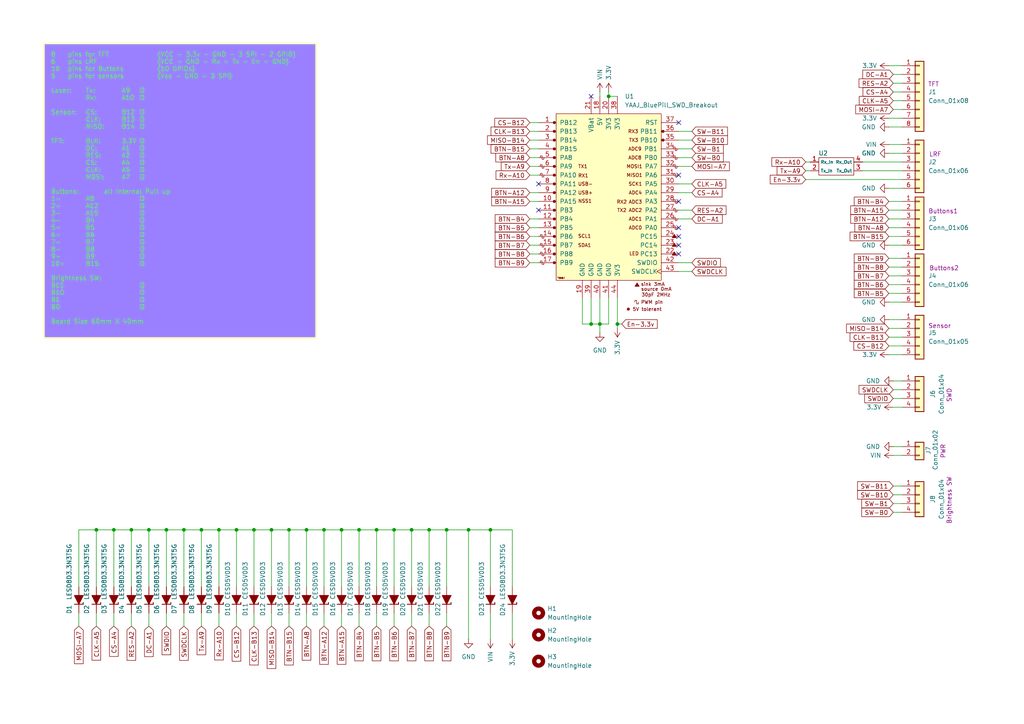
<source format=kicad_sch>
(kicad_sch (version 20250114) (generator "eeschema") (generator_version "9.0")
  (paper "A4")
  (title_block (title "stm32 connection Borad") (date "2025-10-30") (rev "v2.0") (company "AIO") (comment 1 "Design By: Mohamed U3"))
  (rectangle (start 12.74 12.58) (end 91.69 98.03) (stroke (width 0.5) (color 255 248 188 1)) (fill (type color) (color 54 2 255 0.5)))
  (text "8 	pins for TFT 		(VCC - 3.3v - GND - 3 SPI - 2 GPIO)\n6 	pins LRF 			(VCC - GND - Rx - Tx - En - GND)\n10 	pins for Buttons	(10 GPIOs)\n5 	pins for sensors	(Vcc - GND - 3 SPI)\n\nLaser: 	Tx: 	A9	✅\n		Rx: 	A10	✅\n\nSensor:	CS: 	B12	✅\n		CLK: 	B13	✅\n		MISO: 	B14	✅\n\nTFT:	BLK:	3.3V ✅\n		DC: 	A1	✅\n		RES: 	A2	✅\n		CS: 	A4	✅\n		CLK: 	A5	✅\n		MOSI: 	A7	✅\n\nButtons: 	all Internal Pull up\n1-		A8			✅\n2-		A12			✅\n3-		A15			✅\n4-		B4			✅\n5-		B5			✅\n6-		B6			✅\n7-		B7			✅\n8-		B8			✅\n9-		B9			✅\n10- 	B15			✅\n\nBrightness SW:\nB11					✅\nB10					✅\nB1					✅\nB0					✅\n\nBoard Size 60mm X 40mm" (at 14.732 15.24 0) (effects (font (size 1.3 1.3) (thickness 0.1588)) (justify left top)))
  (junction (at 124.46 153.67))
  (junction (at 99.06 153.67))
  (junction (at 104.14 153.67))
  (junction (at 33.02 153.67))
  (junction (at 88.9 153.67))
  (junction (at 58.42 153.67))
  (junction (at 173.99 93.98))
  (junction (at 38.1 153.67))
  (junction (at 68.58 153.67))
  (junction (at 135.89 153.67))
  (junction (at 176.53 27.94))
  (junction (at 27.94 153.67))
  (junction (at 83.82 153.67))
  (junction (at 119.38 153.67))
  (junction (at 53.34 153.67))
  (junction (at 93.98 153.67))
  (junction (at 43.18 153.67))
  (junction (at 171.45 93.98))
  (junction (at 48.26 153.67))
  (junction (at 63.5 153.67))
  (junction (at 78.74 153.67))
  (junction (at 129.54 153.67))
  (junction (at 114.3 153.67))
  (junction (at 142.24 153.67))
  (junction (at 73.66 153.67))
  (junction (at 179.07 93.98))
  (junction (at 109.22 153.67))
  (no_connect (at 196.85 35.56))
  (no_connect (at 171.45 27.94))
  (no_connect (at 196.85 50.8))
  (no_connect (at 156.21 53.34))
  (no_connect (at 196.85 58.42))
  (no_connect (at 156.21 60.96))
  (no_connect (at 196.85 73.66))
  (no_connect (at 196.85 68.58))
  (no_connect (at 196.85 66.04))
  (no_connect (at 196.85 71.12))
  (wire (pts (xy 43.18 181.61) (xy 43.18 177.8)))
  (wire (pts (xy 173.99 26.67) (xy 173.99 27.94)))
  (wire (pts (xy 99.06 153.67) (xy 104.14 153.67)))
  (wire (pts (xy 257.81 100.33) (xy 261.62 100.33)))
  (wire (pts (xy 78.74 153.67) (xy 83.82 153.67)))
  (wire (pts (xy 33.02 181.61) (xy 33.02 177.8)))
  (wire (pts (xy 257.81 92.71) (xy 261.62 92.71)))
  (wire (pts (xy 93.98 181.61) (xy 93.98 177.8)))
  (wire (pts (xy 259.08 115.57) (xy 261.62 115.57)))
  (wire (pts (xy 259.08 29.21) (xy 261.62 29.21)))
  (wire (pts (xy 109.22 181.61) (xy 109.22 177.8)))
  (wire (pts (xy 109.22 170.18) (xy 109.22 153.67)))
  (wire (pts (xy 27.94 170.18) (xy 27.94 153.67)))
  (wire (pts (xy 142.24 153.67) (xy 142.24 170.18)))
  (wire (pts (xy 83.82 181.61) (xy 83.82 177.8)))
  (wire (pts (xy 173.99 93.98) (xy 176.53 93.98)))
  (wire (pts (xy 78.74 181.61) (xy 78.74 177.8)))
  (wire (pts (xy 259.08 140.97) (xy 261.62 140.97)))
  (wire (pts (xy 109.22 153.67) (xy 114.3 153.67)))
  (wire (pts (xy 99.06 170.18) (xy 99.06 153.67)))
  (wire (pts (xy 259.08 129.54) (xy 261.62 129.54)))
  (wire (pts (xy 114.3 181.61) (xy 114.3 177.8)))
  (wire (pts (xy 43.18 170.18) (xy 43.18 153.67)))
  (wire (pts (xy 142.24 185.42) (xy 142.24 177.8)))
  (wire (pts (xy 171.45 86.36) (xy 171.45 93.98)))
  (wire (pts (xy 73.66 181.61) (xy 73.66 177.8)))
  (wire (pts (xy 250.19 49.53) (xy 261.62 49.53)))
  (wire (pts (xy 153.67 38.1) (xy 156.21 38.1)))
  (wire (pts (xy 257.81 85.09) (xy 261.62 85.09)))
  (wire (pts (xy 83.82 170.18) (xy 83.82 153.67)))
  (wire (pts (xy 196.85 78.74) (xy 200.66 78.74)))
  (wire (pts (xy 259.08 113.03) (xy 261.62 113.03)))
  (wire (pts (xy 114.3 153.67) (xy 119.38 153.67)))
  (wire (pts (xy 129.54 181.61) (xy 129.54 177.8)))
  (wire (pts (xy 58.42 170.18) (xy 58.42 153.67)))
  (wire (pts (xy 104.14 170.18) (xy 104.14 153.67)))
  (wire (pts (xy 88.9 153.67) (xy 93.98 153.67)))
  (wire (pts (xy 153.67 58.42) (xy 156.21 58.42)))
  (wire (pts (xy 153.67 40.64) (xy 156.21 40.64)))
  (wire (pts (xy 168.91 86.36) (xy 168.91 93.98)))
  (wire (pts (xy 58.42 153.67) (xy 63.5 153.67)))
  (wire (pts (xy 73.66 170.18) (xy 73.66 153.67)))
  (wire (pts (xy 63.5 153.67) (xy 68.58 153.67)))
  (wire (pts (xy 43.18 153.67) (xy 48.26 153.67)))
  (wire (pts (xy 196.85 45.72) (xy 200.66 45.72)))
  (wire (pts (xy 83.82 153.67) (xy 88.9 153.67)))
  (wire (pts (xy 153.67 45.72) (xy 156.21 45.72)))
  (wire (pts (xy 38.1 153.67) (xy 43.18 153.67)))
  (wire (pts (xy 259.08 21.59) (xy 261.62 21.59)))
  (wire (pts (xy 153.67 76.2) (xy 156.21 76.2)))
  (wire (pts (xy 153.67 43.18) (xy 156.21 43.18)))
  (wire (pts (xy 53.34 153.67) (xy 58.42 153.67)))
  (wire (pts (xy 153.67 68.58) (xy 156.21 68.58)))
  (wire (pts (xy 257.81 102.87) (xy 261.62 102.87)))
  (wire (pts (xy 250.19 46.99) (xy 261.62 46.99)))
  (wire (pts (xy 104.14 153.67) (xy 109.22 153.67)))
  (wire (pts (xy 73.66 153.67) (xy 78.74 153.67)))
  (wire (pts (xy 124.46 181.61) (xy 124.46 177.8)))
  (wire (pts (xy 257.81 80.01) (xy 261.62 80.01)))
  (wire (pts (xy 168.91 93.98) (xy 171.45 93.98)))
  (wire (pts (xy 233.68 49.53) (xy 234.95 49.53)))
  (wire (pts (xy 257.81 63.5) (xy 261.62 63.5)))
  (wire (pts (xy 259.08 118.11) (xy 261.62 118.11)))
  (wire (pts (xy 233.68 46.99) (xy 234.95 46.99)))
  (wire (pts (xy 135.89 153.67) (xy 142.24 153.67)))
  (wire (pts (xy 173.99 96.52) (xy 173.99 93.98)))
  (wire (pts (xy 173.99 86.36) (xy 173.99 93.98)))
  (wire (pts (xy 176.53 26.67) (xy 176.53 27.94)))
  (wire (pts (xy 153.67 66.04) (xy 156.21 66.04)))
  (wire (pts (xy 68.58 170.18) (xy 68.58 153.67)))
  (wire (pts (xy 88.9 170.18) (xy 88.9 153.67)))
  (wire (pts (xy 129.54 153.67) (xy 135.89 153.67)))
  (wire (pts (xy 99.06 181.61) (xy 99.06 177.8)))
  (wire (pts (xy 196.85 63.5) (xy 200.66 63.5)))
  (wire (pts (xy 27.94 181.61) (xy 27.94 177.8)))
  (wire (pts (xy 22.86 153.67) (xy 27.94 153.67)))
  (wire (pts (xy 104.14 181.61) (xy 104.14 177.8)))
  (wire (pts (xy 196.85 40.64) (xy 200.66 40.64)))
  (wire (pts (xy 233.68 52.07) (xy 261.62 52.07)))
  (wire (pts (xy 58.42 181.61) (xy 58.42 177.8)))
  (wire (pts (xy 196.85 53.34) (xy 200.66 53.34)))
  (wire (pts (xy 200.66 76.2) (xy 196.85 76.2)))
  (wire (pts (xy 63.5 181.61) (xy 63.5 177.8)))
  (wire (pts (xy 257.81 74.93) (xy 261.62 74.93)))
  (wire (pts (xy 93.98 153.67) (xy 99.06 153.67)))
  (wire (pts (xy 176.53 27.94) (xy 179.07 27.94)))
  (wire (pts (xy 257.81 97.79) (xy 261.62 97.79)))
  (wire (pts (xy 257.81 95.25) (xy 261.62 95.25)))
  (wire (pts (xy 22.86 181.61) (xy 22.86 177.8)))
  (wire (pts (xy 53.34 170.18) (xy 53.34 153.67)))
  (wire (pts (xy 257.81 71.12) (xy 261.62 71.12)))
  (wire (pts (xy 33.02 170.18) (xy 33.02 153.67)))
  (wire (pts (xy 63.5 170.18) (xy 63.5 153.67)))
  (wire (pts (xy 257.81 87.63) (xy 261.62 87.63)))
  (wire (pts (xy 259.08 31.75) (xy 261.62 31.75)))
  (wire (pts (xy 153.67 73.66) (xy 156.21 73.66)))
  (wire (pts (xy 257.81 19.05) (xy 261.62 19.05)))
  (wire (pts (xy 27.94 153.67) (xy 33.02 153.67)))
  (wire (pts (xy 257.81 60.96) (xy 261.62 60.96)))
  (wire (pts (xy 257.81 34.29) (xy 261.62 34.29)))
  (wire (pts (xy 257.81 82.55) (xy 261.62 82.55)))
  (wire (pts (xy 22.86 170.18) (xy 22.86 153.67)))
  (wire (pts (xy 257.81 68.58) (xy 261.62 68.58)))
  (wire (pts (xy 259.08 143.51) (xy 261.62 143.51)))
  (wire (pts (xy 259.08 146.05) (xy 261.62 146.05)))
  (wire (pts (xy 153.67 50.8) (xy 156.21 50.8)))
  (wire (pts (xy 257.81 58.42) (xy 261.62 58.42)))
  (wire (pts (xy 196.85 43.18) (xy 200.66 43.18)))
  (wire (pts (xy 119.38 153.67) (xy 124.46 153.67)))
  (wire (pts (xy 259.08 132.08) (xy 261.62 132.08)))
  (wire (pts (xy 257.81 41.91) (xy 261.62 41.91)))
  (wire (pts (xy 124.46 170.18) (xy 124.46 153.67)))
  (wire (pts (xy 38.1 170.18) (xy 38.1 153.67)))
  (wire (pts (xy 176.53 93.98) (xy 176.53 86.36)))
  (wire (pts (xy 33.02 153.67) (xy 38.1 153.67)))
  (wire (pts (xy 257.81 77.47) (xy 261.62 77.47)))
  (wire (pts (xy 88.9 181.61) (xy 88.9 177.8)))
  (wire (pts (xy 259.08 148.59) (xy 261.62 148.59)))
  (wire (pts (xy 259.08 26.67) (xy 261.62 26.67)))
  (wire (pts (xy 153.67 71.12) (xy 156.21 71.12)))
  (wire (pts (xy 196.85 38.1) (xy 200.66 38.1)))
  (wire (pts (xy 48.26 170.18) (xy 48.26 153.67)))
  (wire (pts (xy 171.45 93.98) (xy 173.99 93.98)))
  (wire (pts (xy 153.67 48.26) (xy 156.21 48.26)))
  (wire (pts (xy 196.85 48.26) (xy 200.66 48.26)))
  (wire (pts (xy 153.67 35.56) (xy 156.21 35.56)))
  (wire (pts (xy 142.24 153.67) (xy 148.59 153.67)))
  (wire (pts (xy 148.59 153.67) (xy 148.59 170.18)))
  (wire (pts (xy 257.81 36.83) (xy 261.62 36.83)))
  (wire (pts (xy 257.81 54.61) (xy 261.62 54.61)))
  (wire (pts (xy 135.89 185.42) (xy 135.89 153.67)))
  (wire (pts (xy 38.1 181.61) (xy 38.1 177.8)))
  (wire (pts (xy 257.81 44.45) (xy 261.62 44.45)))
  (wire (pts (xy 48.26 181.61) (xy 48.26 177.8)))
  (wire (pts (xy 148.59 177.8) (xy 148.59 185.42)))
  (wire (pts (xy 119.38 181.61) (xy 119.38 177.8)))
  (wire (pts (xy 124.46 153.67) (xy 129.54 153.67)))
  (wire (pts (xy 114.3 170.18) (xy 114.3 153.67)))
  (wire (pts (xy 153.67 63.5) (xy 156.21 63.5)))
  (wire (pts (xy 68.58 181.61) (xy 68.58 177.8)))
  (wire (pts (xy 196.85 60.96) (xy 200.66 60.96)))
  (wire (pts (xy 259.08 110.49) (xy 261.62 110.49)))
  (wire (pts (xy 78.74 170.18) (xy 78.74 153.67)))
  (wire (pts (xy 153.67 55.88) (xy 156.21 55.88)))
  (wire (pts (xy 257.81 66.04) (xy 261.62 66.04)))
  (wire (pts (xy 179.07 95.25) (xy 179.07 93.98)))
  (wire (pts (xy 68.58 153.67) (xy 73.66 153.67)))
  (wire (pts (xy 53.34 181.61) (xy 53.34 177.8)))
  (wire (pts (xy 48.26 153.67) (xy 53.34 153.67)))
  (wire (pts (xy 180.34 93.98) (xy 179.07 93.98)))
  (wire (pts (xy 93.98 170.18) (xy 93.98 153.67)))
  (wire (pts (xy 196.85 55.88) (xy 200.66 55.88)))
  (wire (pts (xy 259.08 24.13) (xy 261.62 24.13)))
  (wire (pts (xy 119.38 170.18) (xy 119.38 153.67)))
  (wire (pts (xy 129.54 170.18) (xy 129.54 153.67)))
  (wire (pts (xy 179.07 86.36) (xy 179.07 93.98)))
  (global_label "BTN-B5" (shape input) (at 257.81 85.09 180) (property "Intersheetrefs" "${INTERSHEET_REFS}" (effects (hide yes))))
  (global_label "CLK-B13" (shape input) (at 153.67 38.1 180) (property "Intersheetrefs" "${INTERSHEET_REFS}" (effects (hide yes))))
  (global_label "SWDCLK" (shape input) (at 200.66 78.74 0) (property "Intersheetrefs" "${INTERSHEET_REFS}" (effects (hide yes))))
  (global_label "BTN-B4" (shape input) (at 257.81 58.42 180) (property "Intersheetrefs" "${INTERSHEET_REFS}" (effects (hide yes))))
  (global_label "SW-B11" (shape input) (at 200.66 38.1 0) (property "Intersheetrefs" "${INTERSHEET_REFS}" (effects (hide yes))))
  (global_label "DC-A1" (shape input) (at 259.08 21.59 180) (property "Intersheetrefs" "${INTERSHEET_REFS}" (effects (hide yes))))
  (global_label "BTN-A12" (shape input) (at 257.81 63.5 180) (property "Intersheetrefs" "${INTERSHEET_REFS}" (effects (hide yes))))
  (global_label "SWDCLK" (shape input) (at 53.34 181.61 270) (property "Intersheetrefs" "${INTERSHEET_REFS}" (effects (hide yes))))
  (global_label "SWDCLK" (shape input) (at 259.08 113.03 180) (property "Intersheetrefs" "${INTERSHEET_REFS}" (effects (hide yes))))
  (global_label "BTN-B4" (shape input) (at 153.67 63.5 180) (property "Intersheetrefs" "${INTERSHEET_REFS}" (effects (hide yes))))
  (global_label "SW-B11" (shape input) (at 259.08 140.97 180) (property "Intersheetrefs" "${INTERSHEET_REFS}" (effects (hide yes))))
  (global_label "MISO-B14" (shape input) (at 153.67 40.64 180) (property "Intersheetrefs" "${INTERSHEET_REFS}" (effects (hide yes))))
  (global_label "BTN-B7" (shape input) (at 119.38 181.61 270) (property "Intersheetrefs" "${INTERSHEET_REFS}" (effects (hide yes))))
  (global_label "BTN-A12" (shape input) (at 153.67 55.88 180) (property "Intersheetrefs" "${INTERSHEET_REFS}" (effects (hide yes))))
  (global_label "BTN-B5" (shape input) (at 109.22 181.61 270) (property "Intersheetrefs" "${INTERSHEET_REFS}" (effects (hide yes))))
  (global_label "MOSI-A7" (shape input) (at 259.08 31.75 180) (property "Intersheetrefs" "${INTERSHEET_REFS}" (effects (hide yes))))
  (global_label "SW-B10" (shape input) (at 259.08 143.51 180) (property "Intersheetrefs" "${INTERSHEET_REFS}" (effects (hide yes))))
  (global_label "SW-B0" (shape input) (at 200.66 45.72 0) (property "Intersheetrefs" "${INTERSHEET_REFS}" (effects (hide yes))))
  (global_label "BTN-B7" (shape input) (at 257.81 80.01 180) (property "Intersheetrefs" "${INTERSHEET_REFS}" (effects (hide yes))))
  (global_label "MOSI-A7" (shape input) (at 22.86 181.61 270) (property "Intersheetrefs" "${INTERSHEET_REFS}" (effects (hide yes))))
  (global_label "BTN-A12" (shape input) (at 93.98 181.61 270) (property "Intersheetrefs" "${INTERSHEET_REFS}" (effects (hide yes))))
  (global_label "RES-A2" (shape input) (at 259.08 24.13 180) (property "Intersheetrefs" "${INTERSHEET_REFS}" (effects (hide yes))))
  (global_label "BTN-B6" (shape input) (at 153.67 68.58 180) (property "Intersheetrefs" "${INTERSHEET_REFS}" (effects (hide yes))))
  (global_label "BTN-B9" (shape input) (at 257.81 74.93 180) (property "Intersheetrefs" "${INTERSHEET_REFS}" (effects (hide yes))))
  (global_label "CS-B12" (shape input) (at 68.58 181.61 270) (property "Intersheetrefs" "${INTERSHEET_REFS}" (effects (hide yes))))
  (global_label "BTN-B7" (shape input) (at 153.67 71.12 180) (property "Intersheetrefs" "${INTERSHEET_REFS}" (effects (hide yes))))
  (global_label "En-3.3v" (shape input) (at 233.68 52.07 180) (property "Intersheetrefs" "${INTERSHEET_REFS}" (effects (hide yes))))
  (global_label "BTN-B8" (shape input) (at 257.81 77.47 180) (property "Intersheetrefs" "${INTERSHEET_REFS}" (effects (hide yes))))
  (global_label "BTN-B6" (shape input) (at 257.81 82.55 180) (property "Intersheetrefs" "${INTERSHEET_REFS}" (effects (hide yes))))
  (global_label "SW-B1" (shape input) (at 200.66 43.18 0) (property "Intersheetrefs" "${INTERSHEET_REFS}" (effects (hide yes))))
  (global_label "SWDIO" (shape input) (at 48.26 181.61 270) (property "Intersheetrefs" "${INTERSHEET_REFS}" (effects (hide yes))))
  (global_label "BTN-A15" (shape input) (at 99.06 181.61 270) (property "Intersheetrefs" "${INTERSHEET_REFS}" (effects (hide yes))))
  (global_label "CS-B12" (shape input) (at 153.67 35.56 180) (property "Intersheetrefs" "${INTERSHEET_REFS}" (effects (hide yes))))
  (global_label "CLK-A5" (shape input) (at 27.94 181.61 270) (property "Intersheetrefs" "${INTERSHEET_REFS}" (effects (hide yes))))
  (global_label "BTN-B9" (shape input) (at 129.54 181.61 270) (property "Intersheetrefs" "${INTERSHEET_REFS}" (effects (hide yes))))
  (global_label "Rx-A10" (shape input) (at 63.5 181.61 270) (property "Intersheetrefs" "${INTERSHEET_REFS}" (effects (hide yes))))
  (global_label "BTN-A8" (shape input) (at 88.9 181.61 270) (property "Intersheetrefs" "${INTERSHEET_REFS}" (effects (hide yes))))
  (global_label "Tx-A9" (shape input) (at 153.67 48.26 180) (property "Intersheetrefs" "${INTERSHEET_REFS}" (effects (hide yes))))
  (global_label "DC-A1" (shape input) (at 43.18 181.61 270) (property "Intersheetrefs" "${INTERSHEET_REFS}" (effects (hide yes))))
  (global_label "En-3.3v" (shape input) (at 180.34 93.98 0) (property "Intersheetrefs" "${INTERSHEET_REFS}" (effects (hide yes))))
  (global_label "BTN-B5" (shape input) (at 153.67 66.04 180) (property "Intersheetrefs" "${INTERSHEET_REFS}" (effects (hide yes))))
  (global_label "SW-B0" (shape input) (at 259.08 148.59 180) (property "Intersheetrefs" "${INTERSHEET_REFS}" (effects (hide yes))))
  (global_label "BTN-A8" (shape input) (at 257.81 66.04 180) (property "Intersheetrefs" "${INTERSHEET_REFS}" (effects (hide yes))))
  (global_label "BTN-B4" (shape input) (at 104.14 181.61 270) (property "Intersheetrefs" "${INTERSHEET_REFS}" (effects (hide yes))))
  (global_label "DC-A1" (shape input) (at 200.66 63.5 0) (property "Intersheetrefs" "${INTERSHEET_REFS}" (effects (hide yes))))
  (global_label "CLK-A5" (shape input) (at 200.66 53.34 0) (property "Intersheetrefs" "${INTERSHEET_REFS}" (effects (hide yes))))
  (global_label "BTN-B8" (shape input) (at 124.46 181.61 270) (property "Intersheetrefs" "${INTERSHEET_REFS}" (effects (hide yes))))
  (global_label "BTN-A8" (shape input) (at 153.67 45.72 180) (property "Intersheetrefs" "${INTERSHEET_REFS}" (effects (hide yes))))
  (global_label "SW-B1" (shape input) (at 259.08 146.05 180) (property "Intersheetrefs" "${INTERSHEET_REFS}" (effects (hide yes))))
  (global_label "CS-A4" (shape input) (at 200.66 55.88 0) (property "Intersheetrefs" "${INTERSHEET_REFS}" (effects (hide yes))))
  (global_label "Rx-A10" (shape input) (at 233.68 46.99 180) (property "Intersheetrefs" "${INTERSHEET_REFS}" (effects (hide yes))))
  (global_label "BTN-B9" (shape input) (at 153.67 76.2 180) (property "Intersheetrefs" "${INTERSHEET_REFS}" (effects (hide yes))))
  (global_label "BTN-A15" (shape input) (at 153.67 58.42 180) (property "Intersheetrefs" "${INTERSHEET_REFS}" (effects (hide yes))))
  (global_label "CLK-B13" (shape input) (at 73.66 181.61 270) (property "Intersheetrefs" "${INTERSHEET_REFS}" (effects (hide yes))))
  (global_label "BTN-B15" (shape input) (at 153.67 43.18 180) (property "Intersheetrefs" "${INTERSHEET_REFS}" (effects (hide yes))))
  (global_label "MOSI-A7" (shape input) (at 200.66 48.26 0) (property "Intersheetrefs" "${INTERSHEET_REFS}" (effects (hide yes))))
  (global_label "Rx-A10" (shape input) (at 153.67 50.8 180) (property "Intersheetrefs" "${INTERSHEET_REFS}" (effects (hide yes))))
  (global_label "Tx-A9" (shape input) (at 58.42 181.61 270) (property "Intersheetrefs" "${INTERSHEET_REFS}" (effects (hide yes))))
  (global_label "CLK-A5" (shape input) (at 259.08 29.21 180) (property "Intersheetrefs" "${INTERSHEET_REFS}" (effects (hide yes))))
  (global_label "CS-B12" (shape input) (at 257.81 100.33 180) (property "Intersheetrefs" "${INTERSHEET_REFS}" (effects (hide yes))))
  (global_label "MISO-B14" (shape input) (at 257.81 95.25 180) (property "Intersheetrefs" "${INTERSHEET_REFS}" (effects (hide yes))))
  (global_label "RES-A2" (shape input) (at 200.66 60.96 0) (property "Intersheetrefs" "${INTERSHEET_REFS}" (effects (hide yes))))
  (global_label "BTN-B6" (shape input) (at 114.3 181.61 270) (property "Intersheetrefs" "${INTERSHEET_REFS}" (effects (hide yes))))
  (global_label "CS-A4" (shape input) (at 259.08 26.67 180) (property "Intersheetrefs" "${INTERSHEET_REFS}" (effects (hide yes))))
  (global_label "CS-A4" (shape input) (at 33.02 181.61 270) (property "Intersheetrefs" "${INTERSHEET_REFS}" (effects (hide yes))))
  (global_label "BTN-B15" (shape input) (at 257.81 68.58 180) (property "Intersheetrefs" "${INTERSHEET_REFS}" (effects (hide yes))))
  (global_label "BTN-B8" (shape input) (at 153.67 73.66 180) (property "Intersheetrefs" "${INTERSHEET_REFS}" (effects (hide yes))))
  (global_label "BTN-B15" (shape input) (at 83.82 181.61 270) (property "Intersheetrefs" "${INTERSHEET_REFS}" (effects (hide yes))))
  (global_label "MISO-B14" (shape input) (at 78.74 181.61 270) (property "Intersheetrefs" "${INTERSHEET_REFS}" (effects (hide yes))))
  (global_label "Tx-A9" (shape input) (at 233.68 49.53 180) (property "Intersheetrefs" "${INTERSHEET_REFS}" (effects (hide yes))))
  (global_label "SW-B10" (shape input) (at 200.66 40.64 0) (property "Intersheetrefs" "${INTERSHEET_REFS}" (effects (hide yes))))
  (global_label "BTN-A15" (shape input) (at 257.81 60.96 180) (property "Intersheetrefs" "${INTERSHEET_REFS}" (effects (hide yes))))
  (global_label "SWDIO" (shape input) (at 259.08 115.57 180) (property "Intersheetrefs" "${INTERSHEET_REFS}" (effects (hide yes))))
  (global_label "RES-A2" (shape input) (at 38.1 181.61 270) (property "Intersheetrefs" "${INTERSHEET_REFS}" (effects (hide yes))))
  (global_label "SWDIO" (shape input) (at 200.66 76.2 0) (property "Intersheetrefs" "${INTERSHEET_REFS}" (effects (hide yes))))
  (global_label "CLK-B13" (shape input) (at 257.81 97.79 180) (property "Intersheetrefs" "${INTERSHEET_REFS}" (effects (hide yes))))
  (symbol (lib_id "power:GND") (at 257.81 87.63 270) (unit 1)
    (property "Reference" "#PWR015" (effects (hide yes)))
    (property "Value" "GND" (at 254 87.6299 90) (effects (justify right)))
    (property "Description" "Power symbol creates a global label with name \"GND\" , ground" (effects (hide yes)))
  )
  (symbol (lib_id "PCM_Diode_TVS_AKL:LESD8D3.3CAT5G") (at 53.34 173.99 270) (unit 1)
    (property "Reference" "D7" (at 50.546 176.784 0))
    (property "Value" "LESD8D3.3N3T5G" (at 50.546 165.862 0))
    (property "Footprint" "Diode_SMD:D_SOD-882D" (effects (hide yes)))
    (property "Datasheet" "https://www.lrc.cn/Upload/PDF/Product/ESD/LESD8D3.3N3T5G.pdf" (effects (hide yes)))
    (property "Description" "SOD-882 Unidirectional TVS diode, 3.3V, Alternate KiCAD Library" (effects (hide yes)))
    (property "LINK" "https://makerselectronics.com/product/esd-smd-tvs-sod-882-3-3v-lesd8d3-3cat5g" (effects (hide yes)))
  )
  (symbol (lib_id "Connector_Generic:Conn_01x08") (at 266.7 26.67 0) (unit 1)
    (property "Reference" "J1" (at 269.24 26.6699 0) (effects (justify left)))
    (property "Value" "Conn_01x08" (at 269.24 29.2099 0) (effects (justify left)))
    (property "Footprint" "Connector_JST:JST_XH_B8B-XH-A_1x08_P2.50mm_Vertical" (effects (hide yes)))
    (property "Description" "Generic connector, single row, 01x08, script generated (kicad-library-utils/schlib/autogen/connector/)" (effects (hide yes)))
    (property "For" "TFT" (at 270.764 24.384 0))
  )
  (symbol (lib_id "SparkFun-PowerSymbol:3.3V") (at 257.81 19.05 90) (unit 1)
    (property "Reference" "#PWR08" (effects (hide yes)))
    (property "Value" "3.3V" (at 252.222 19.05 90))
    (property "Description" "Power symbol creates a global label with name \"3.3V\"" (effects (hide yes)))
  )
  (symbol (lib_id "Diode:D_TVS_Unidirectional_Generic") (at 129.54 173.99 270) (unit 1)
    (property "Reference" "D22" (at 127 176.784 0))
    (property "Value" "CESD5V0D3" (at 127 168.402 0))
    (property "Footprint" "Diode_SMD:D_SOD-323_HandSoldering" (effects (hide yes)))
    (property "Datasheet" "https://www.jscj-elec.com/gallery//file/AD-CESD5V0D3.pdf" (effects (hide yes)))
    (property "Description" "Unidirectional TVS diode, Generic symbol, Alternate KiCAD Library" (effects (hide yes)))
    (property "LINK" "https://makerselectronics.com/product/cesd5v0d3-za-tvs-diode-sod-323/" (effects (hide yes)))
  )
  (symbol (lib_id "PCM_Diode_TVS_AKL:LESD8D3.3CAT5G") (at 48.26 173.99 270) (unit 1)
    (property "Reference" "D6" (at 45.466 176.784 0))
    (property "Value" "LESD8D3.3N3T5G" (at 45.466 165.862 0))
    (property "Footprint" "Diode_SMD:D_SOD-882D" (effects (hide yes)))
    (property "Datasheet" "https://www.lrc.cn/Upload/PDF/Product/ESD/LESD8D3.3N3T5G.pdf" (effects (hide yes)))
    (property "Description" "SOD-882 Unidirectional TVS diode, 3.3V, Alternate KiCAD Library" (effects (hide yes)))
    (property "LINK" "https://makerselectronics.com/product/esd-smd-tvs-sod-882-3-3v-lesd8d3-3cat5g" (effects (hide yes)))
  )
  (symbol (lib_id "Connector_Generic:Conn_01x04") (at 266.7 113.03 0) (unit 1)
    (property "Reference" "J6" (at 270.51 114.3 90))
    (property "Value" "Conn_01x04" (at 273.05 114.3 90))
    (property "Footprint" "Connector_JST:JST_XH_B4B-XH-A_1x04_P2.50mm_Vertical" (effects (hide yes)))
    (property "Description" "Generic connector, single row, 01x04, script generated (kicad-library-utils/schlib/autogen/connector/)" (effects (hide yes)))
    (property "For" "SWD" (at 275.336 114.554 90))
  )
  (symbol (lib_id "Connector_Generic:Conn_01x06") (at 266.7 46.99 0) (unit 1)
    (property "Reference" "J2" (at 269.24 46.9899 0) (effects (justify left)))
    (property "Value" "Conn_01x06" (at 269.24 49.5299 0) (effects (justify left)))
    (property "Footprint" "Connector_JST:JST_XH_B6B-XH-A_1x06_P2.50mm_Vertical" (effects (hide yes)))
    (property "Description" "Generic connector, single row, 01x06, script generated (kicad-library-utils/schlib/autogen/connector/)" (effects (hide yes)))
    (property "For" "LRF" (at 271.272 44.704 0))
  )
  (symbol (lib_id "Diode:D_TVS_Unidirectional_Generic") (at 99.06 173.99 270) (unit 1)
    (property "Reference" "D16" (at 96.52 176.784 0))
    (property "Value" "CESD5V0D3" (at 96.52 168.402 0))
    (property "Footprint" "Diode_SMD:D_SOD-323_HandSoldering" (effects (hide yes)))
    (property "Datasheet" "https://www.jscj-elec.com/gallery//file/AD-CESD5V0D3.pdf" (effects (hide yes)))
    (property "Description" "Unidirectional TVS diode, Generic symbol, Alternate KiCAD Library" (effects (hide yes)))
    (property "LINK" "https://makerselectronics.com/product/cesd5v0d3-za-tvs-diode-sod-323/" (effects (hide yes)))
  )
  (symbol (lib_id "Connector_Generic:Conn_01x04") (at 266.7 143.51 0) (unit 1)
    (property "Reference" "J8" (at 270.51 144.78 90))
    (property "Value" "Conn_01x04" (at 273.05 144.78 90))
    (property "Footprint" "Connector_JST:JST_XH_S4B-XH-A-1_1x04_P2.50mm_Horizontal" (effects (hide yes)))
    (property "Description" "Generic connector, single row, 01x04, script generated (kicad-library-utils/schlib/autogen/connector/)" (effects (hide yes)))
    (property "For" "Brightness SW" (at 275.336 145.034 90))
  )
  (symbol (lib_id "PCM_Diode_TVS_AKL:LESD8D3.3CAT5G") (at 43.18 173.99 270) (unit 1)
    (property "Reference" "D5" (at 40.386 176.784 0))
    (property "Value" "LESD8D3.3N3T5G" (at 40.386 165.862 0))
    (property "Footprint" "Diode_SMD:D_SOD-882D" (effects (hide yes)))
    (property "Datasheet" "https://www.lrc.cn/Upload/PDF/Product/ESD/LESD8D3.3N3T5G.pdf" (effects (hide yes)))
    (property "Description" "SOD-882 Unidirectional TVS diode, 3.3V, Alternate KiCAD Library" (effects (hide yes)))
    (property "LINK" "https://makerselectronics.com/product/esd-smd-tvs-sod-882-3-3v-lesd8d3-3cat5g" (effects (hide yes)))
  )
  (symbol (lib_id "power:GND") (at 257.81 92.71 270) (mirror x) (unit 1)
    (property "Reference" "#PWR016" (effects (hide yes)))
    (property "Value" "GND" (at 254 92.7101 90) (effects (justify right)))
    (property "Description" "Power symbol creates a global label with name \"GND\" , ground" (effects (hide yes)))
  )
  (symbol (lib_id "Diode:D_TVS_Unidirectional_Generic") (at 88.9 173.99 270) (unit 1)
    (property "Reference" "D14" (at 86.36 176.784 0))
    (property "Value" "CESD5V0D3" (at 86.36 168.402 0))
    (property "Footprint" "Diode_SMD:D_SOD-323_HandSoldering" (effects (hide yes)))
    (property "Datasheet" "https://www.jscj-elec.com/gallery//file/AD-CESD5V0D3.pdf" (effects (hide yes)))
    (property "Description" "Unidirectional TVS diode, Generic symbol, Alternate KiCAD Library" (effects (hide yes)))
    (property "LINK" "https://makerselectronics.com/product/cesd5v0d3-za-tvs-diode-sod-323/" (effects (hide yes)))
  )
  (symbol (lib_id "Diode:D_TVS_Unidirectional_Generic") (at 142.24 173.99 270) (unit 1)
    (property "Reference" "D23" (at 139.7 176.784 0))
    (property "Value" "CESD5V0D3" (at 139.7 168.402 0))
    (property "Footprint" "Diode_SMD:D_SOD-323_HandSoldering" (effects (hide yes)))
    (property "Datasheet" "https://www.jscj-elec.com/gallery//file/AD-CESD5V0D3.pdf" (effects (hide yes)))
    (property "Description" "Unidirectional TVS diode, Generic symbol, Alternate KiCAD Library" (effects (hide yes)))
    (property "LINK" "https://makerselectronics.com/product/cesd5v0d3-za-tvs-diode-sod-323/" (effects (hide yes)))
  )
  (symbol (lib_id "Poka Yoke rxtx:poka_yoke_txrx") (at 242.57 48.26 0) (unit 1) (in_bom no)
    (property "Reference" "U2" (at 238.76 44.45 0))
    (property "Value" "Poka Yoke" (effects (hide yes)))
    (property "Footprint" "Poka Yoke rxtx:poka-yoke_rxtx" (effects (hide yes)))
  )
  (symbol (lib_id "SparkFun-PowerSymbol:3.3V") (at 148.59 185.42 180) (unit 1)
    (property "Reference" "#PWR03" (effects (hide yes)))
    (property "Value" "3.3V" (at 148.59 191.008 90))
    (property "Description" "Power symbol creates a global label with name \"3.3V\"" (effects (hide yes)))
  )
  (symbol (lib_id "Diode:D_TVS_Unidirectional_Generic") (at 73.66 173.99 270) (unit 1)
    (property "Reference" "D11" (at 71.12 176.784 0))
    (property "Value" "CESD5V0D3" (at 71.12 168.402 0))
    (property "Footprint" "Diode_SMD:D_SOD-323_HandSoldering" (effects (hide yes)))
    (property "Datasheet" "https://www.jscj-elec.com/gallery//file/AD-CESD5V0D3.pdf" (effects (hide yes)))
    (property "Description" "Unidirectional TVS diode, Generic symbol, Alternate KiCAD Library" (effects (hide yes)))
    (property "LINK" "https://makerselectronics.com/product/cesd5v0d3-za-tvs-diode-sod-323/" (effects (hide yes)))
  )
  (symbol (lib_id "PCM_Diode_TVS_AKL:LESD8D3.3CAT5G") (at 63.5 173.99 270) (unit 1)
    (property "Reference" "D9" (at 60.706 176.784 0))
    (property "Value" "LESD8D3.3N3T5G" (at 60.706 165.862 0))
    (property "Footprint" "Diode_SMD:D_SOD-882D" (effects (hide yes)))
    (property "Datasheet" "https://www.lrc.cn/Upload/PDF/Product/ESD/LESD8D3.3N3T5G.pdf" (effects (hide yes)))
    (property "Description" "SOD-882 Unidirectional TVS diode, 3.3V, Alternate KiCAD Library" (effects (hide yes)))
    (property "LINK" "https://makerselectronics.com/product/esd-smd-tvs-sod-882-3-3v-lesd8d3-3cat5g" (effects (hide yes)))
  )
  (symbol (lib_id "SparkFun-PowerSymbol:3.3V") (at 257.81 34.29 90) (unit 1)
    (property "Reference" "#PWR09" (effects (hide yes)))
    (property "Value" "3.3V" (at 252.222 34.29 90))
    (property "Description" "Power symbol creates a global label with name \"3.3V\"" (effects (hide yes)))
  )
  (symbol (lib_id "PCM_Diode_TVS_AKL:LESD8D3.3CAT5G") (at 27.94 173.99 270) (unit 1)
    (property "Reference" "D2" (at 25.146 176.784 0))
    (property "Value" "LESD8D3.3N3T5G" (at 25.146 165.862 0))
    (property "Footprint" "Diode_SMD:D_SOD-882D" (effects (hide yes)))
    (property "Datasheet" "https://www.lrc.cn/Upload/PDF/Product/ESD/LESD8D3.3N3T5G.pdf" (effects (hide yes)))
    (property "Description" "SOD-882 Unidirectional TVS diode, 3.3V, Alternate KiCAD Library" (effects (hide yes)))
    (property "LINK" "https://makerselectronics.com/product/esd-smd-tvs-sod-882-3-3v-lesd8d3-3cat5g" (effects (hide yes)))
  )
  (symbol (lib_id "Diode:D_TVS_Unidirectional_Generic") (at 93.98 173.99 270) (unit 1)
    (property "Reference" "D15" (at 91.44 176.784 0))
    (property "Value" "CESD5V0D3" (at 91.44 168.402 0))
    (property "Footprint" "Diode_SMD:D_SOD-323_HandSoldering" (effects (hide yes)))
    (property "Datasheet" "https://www.jscj-elec.com/gallery//file/AD-CESD5V0D3.pdf" (effects (hide yes)))
    (property "Description" "Unidirectional TVS diode, Generic symbol, Alternate KiCAD Library" (effects (hide yes)))
    (property "LINK" "https://makerselectronics.com/product/cesd5v0d3-za-tvs-diode-sod-323/" (effects (hide yes)))
  )
  (symbol (lib_id "power:GND") (at 135.89 185.42 0) (unit 1)
    (property "Reference" "#PWR01" (effects (hide yes)))
    (property "Value" "GND" (at 135.89 190.5 0))
    (property "Description" "Power symbol creates a global label with name \"GND\" , ground" (effects (hide yes)))
  )
  (symbol (lib_id "power:GND") (at 257.81 44.45 270) (unit 1)
    (property "Reference" "#PWR012" (effects (hide yes)))
    (property "Value" "GND" (at 254 44.4499 90) (effects (justify right)))
    (property "Description" "Power symbol creates a global label with name \"GND\" , ground" (effects (hide yes)))
  )
  (symbol (lib_id "Connector_Generic:Conn_01x06") (at 266.7 80.01 0) (unit 1)
    (property "Reference" "J4" (at 269.24 80.0099 0) (effects (justify left)))
    (property "Value" "Conn_01x06" (at 269.24 82.5499 0) (effects (justify left)))
    (property "Footprint" "Connector_JST:JST_XH_B6B-XH-A_1x06_P2.50mm_Vertical" (effects (hide yes)))
    (property "Description" "Generic connector, single row, 01x06, script generated (kicad-library-utils/schlib/autogen/connector/)" (effects (hide yes)))
    (property "For" "Buttons2" (at 273.812 77.724 0))
  )
  (symbol (lib_id "PCM_Diode_TVS_AKL:LESD8D3.3CAT5G") (at 38.1 173.99 270) (unit 1)
    (property "Reference" "D4" (at 35.306 176.784 0))
    (property "Value" "LESD8D3.3N3T5G" (at 35.306 165.862 0))
    (property "Footprint" "Diode_SMD:D_SOD-882D" (effects (hide yes)))
    (property "Datasheet" "https://www.lrc.cn/Upload/PDF/Product/ESD/LESD8D3.3N3T5G.pdf" (effects (hide yes)))
    (property "Description" "SOD-882 Unidirectional TVS diode, 3.3V, Alternate KiCAD Library" (effects (hide yes)))
    (property "LINK" "https://makerselectronics.com/product/esd-smd-tvs-sod-882-3-3v-lesd8d3-3cat5g" (effects (hide yes)))
  )
  (symbol (lib_id "PCM_Diode_TVS_AKL:LESD8D3.3CAT5G") (at 148.59 173.99 270) (unit 1)
    (property "Reference" "D24" (at 145.796 176.784 0))
    (property "Value" "LESD8D3.3N3T5G" (at 145.796 165.862 0))
    (property "Footprint" "Diode_SMD:D_SOD-882D" (effects (hide yes)))
    (property "Datasheet" "https://www.lrc.cn/Upload/PDF/Product/ESD/LESD8D3.3N3T5G.pdf" (effects (hide yes)))
    (property "Description" "SOD-882 Unidirectional TVS diode, 3.3V, Alternate KiCAD Library" (effects (hide yes)))
    (property "LINK" "https://makerselectronics.com/product/esd-smd-tvs-sod-882-3-3v-lesd8d3-3cat5g" (effects (hide yes)))
  )
  (symbol (lib_id "power:GND") (at 259.08 129.54 270) (unit 1)
    (property "Reference" "#PWR020" (effects (hide yes)))
    (property "Value" "GND" (at 255.27 129.5399 90) (effects (justify right)))
    (property "Description" "Power symbol creates a global label with name \"GND\" , ground" (effects (hide yes)))
  )
  (symbol (lib_id "Diode:D_TVS_Unidirectional_Generic") (at 114.3 173.99 270) (unit 1)
    (property "Reference" "D19" (at 111.76 176.784 0))
    (property "Value" "CESD5V0D3" (at 111.76 168.402 0))
    (property "Footprint" "Diode_SMD:D_SOD-323_HandSoldering" (effects (hide yes)))
    (property "Datasheet" "https://www.jscj-elec.com/gallery//file/AD-CESD5V0D3.pdf" (effects (hide yes)))
    (property "Description" "Unidirectional TVS diode, Generic symbol, Alternate KiCAD Library" (effects (hide yes)))
    (property "LINK" "https://makerselectronics.com/product/cesd5v0d3-za-tvs-diode-sod-323/" (effects (hide yes)))
  )
  (symbol (lib_id "Diode:D_TVS_Unidirectional_Generic") (at 124.46 173.99 270) (unit 1)
    (property "Reference" "D21" (at 121.92 176.784 0))
    (property "Value" "CESD5V0D3" (at 121.92 168.402 0))
    (property "Footprint" "Diode_SMD:D_SOD-323_HandSoldering" (effects (hide yes)))
    (property "Datasheet" "https://www.jscj-elec.com/gallery//file/AD-CESD5V0D3.pdf" (effects (hide yes)))
    (property "Description" "Unidirectional TVS diode, Generic symbol, Alternate KiCAD Library" (effects (hide yes)))
    (property "LINK" "https://makerselectronics.com/product/cesd5v0d3-za-tvs-diode-sod-323/" (effects (hide yes)))
  )
  (symbol (lib_id "PCM_Diode_TVS_AKL:LESD8D3.3CAT5G") (at 33.02 173.99 270) (unit 1)
    (property "Reference" "D3" (at 30.226 176.784 0))
    (property "Value" "LESD8D3.3N3T5G" (at 30.226 165.862 0))
    (property "Footprint" "Diode_SMD:D_SOD-882D" (effects (hide yes)))
    (property "Datasheet" "https://www.lrc.cn/Upload/PDF/Product/ESD/LESD8D3.3N3T5G.pdf" (effects (hide yes)))
    (property "Description" "SOD-882 Unidirectional TVS diode, 3.3V, Alternate KiCAD Library" (effects (hide yes)))
    (property "LINK" "https://makerselectronics.com/product/esd-smd-tvs-sod-882-3-3v-lesd8d3-3cat5g" (effects (hide yes)))
  )
  (symbol (lib_id "SparkFun-PowerSymbol:3.3V") (at 179.07 95.25 180) (unit 1)
    (property "Reference" "#PWR07" (effects (hide yes)))
    (property "Value" "3.3V" (at 179.07 100.838 90))
    (property "Description" "Power symbol creates a global label with name \"3.3V\"" (effects (hide yes)))
  )
  (symbol (lib_id "Diode:D_TVS_Unidirectional_Generic") (at 119.38 173.99 270) (unit 1)
    (property "Reference" "D20" (at 116.84 176.784 0))
    (property "Value" "CESD5V0D3" (at 116.84 168.402 0))
    (property "Footprint" "Diode_SMD:D_SOD-323_HandSoldering" (effects (hide yes)))
    (property "Datasheet" "https://www.jscj-elec.com/gallery//file/AD-CESD5V0D3.pdf" (effects (hide yes)))
    (property "Description" "Unidirectional TVS diode, Generic symbol, Alternate KiCAD Library" (effects (hide yes)))
    (property "LINK" "https://makerselectronics.com/product/cesd5v0d3-za-tvs-diode-sod-323/" (effects (hide yes)))
  )
  (symbol (lib_id "SparkFun-PowerSymbol:VIN") (at 142.24 185.42 180) (unit 1)
    (property "Reference" "#PWR02" (effects (hide yes)))
    (property "Value" "VIN" (at 142.24 190.5 90))
    (property "Description" "Power symbol creates a global label with name \"VIN\"" (effects (hide yes)))
  )
  (symbol (lib_id "SparkFun-PowerSymbol:3.3V") (at 259.08 118.11 90) (unit 1)
    (property "Reference" "#PWR019" (effects (hide yes)))
    (property "Value" "3.3V" (at 253.492 118.11 90))
    (property "Description" "Power symbol creates a global label with name \"3.3V\"" (effects (hide yes)))
  )
  (symbol (lib_id "PCM_Diode_TVS_AKL:LESD8D3.3CAT5G") (at 22.86 173.99 270) (unit 1)
    (property "Reference" "D1" (at 20.066 176.784 0))
    (property "Value" "LESD8D3.3N3T5G" (at 20.066 165.862 0))
    (property "Footprint" "Diode_SMD:D_SOD-882D" (effects (hide yes)))
    (property "Datasheet" "https://www.lrc.cn/Upload/PDF/Product/ESD/LESD8D3.3N3T5G.pdf" (effects (hide yes)))
    (property "Description" "SOD-882 Unidirectional TVS diode, 3.3V, Alternate KiCAD Library" (effects (hide yes)))
    (property "LINK" "https://makerselectronics.com/product/esd-smd-tvs-sod-882-3-3v-lesd8d3-3cat5g" (effects (hide yes)))
  )
  (symbol (lib_id "power:GND") (at 173.99 96.52 0) (unit 1)
    (property "Reference" "#PWR05" (effects (hide yes)))
    (property "Value" "GND" (at 173.99 101.6 0))
    (property "Description" "Power symbol creates a global label with name \"GND\" , ground" (effects (hide yes)))
  )
  (symbol (lib_id "Mechanical:MountingHole") (at 156.21 191.77 0) (unit 1) (in_bom no)
    (property "Reference" "H3" (at 158.75 190.4999 0) (effects (justify left)))
    (property "Value" "MountingHole" (at 158.75 193.0399 0) (effects (justify left)))
    (property "Footprint" "MountingHole:MountingHole_2.5mm" (effects (hide yes)))
    (property "Description" "Mounting Hole without connection" (effects (hide yes)))
  )
  (symbol (lib_id "Connector_Generic:Conn_01x06") (at 266.7 63.5 0) (unit 1)
    (property "Reference" "J3" (at 269.24 63.4999 0) (effects (justify left)))
    (property "Value" "Conn_01x06" (at 269.24 66.0399 0) (effects (justify left)))
    (property "Footprint" "Connector_JST:JST_XH_B6B-XH-A_1x06_P2.50mm_Vertical" (effects (hide yes)))
    (property "Description" "Generic connector, single row, 01x06, script generated (kicad-library-utils/schlib/autogen/connector/)" (effects (hide yes)))
    (property "For" "Buttons1" (at 273.558 61.214 0))
  )
  (symbol (lib_id "SparkFun-PowerSymbol:VIN") (at 173.99 26.67 0) (unit 1)
    (property "Reference" "#PWR04" (effects (hide yes)))
    (property "Value" "VIN" (at 173.99 21.59 90))
    (property "Description" "Power symbol creates a global label with name \"VIN\"" (effects (hide yes)))
  )
  (symbol (lib_id "power:GND") (at 259.08 110.49 270) (unit 1)
    (property "Reference" "#PWR018" (effects (hide yes)))
    (property "Value" "GND" (at 255.27 110.4899 90) (effects (justify right)))
    (property "Description" "Power symbol creates a global label with name \"GND\" , ground" (effects (hide yes)))
  )
  (symbol (lib_id "Diode:D_TVS_Unidirectional_Generic") (at 78.74 173.99 270) (unit 1)
    (property "Reference" "D12" (at 76.2 176.784 0))
    (property "Value" "CESD5V0D3" (at 76.2 168.402 0))
    (property "Footprint" "Diode_SMD:D_SOD-323_HandSoldering" (effects (hide yes)))
    (property "Datasheet" "https://www.jscj-elec.com/gallery//file/AD-CESD5V0D3.pdf" (effects (hide yes)))
    (property "Description" "Unidirectional TVS diode, Generic symbol, Alternate KiCAD Library" (effects (hide yes)))
    (property "LINK" "https://makerselectronics.com/product/cesd5v0d3-za-tvs-diode-sod-323/" (effects (hide yes)))
  )
  (symbol (lib_id "power:GND") (at 257.81 36.83 270) (unit 1)
    (property "Reference" "#PWR010" (effects (hide yes)))
    (property "Value" "GND" (at 254 36.8299 90) (effects (justify right)))
    (property "Description" "Power symbol creates a global label with name \"GND\" , ground" (effects (hide yes)))
  )
  (symbol (lib_id "Connector_Generic:Conn_01x02") (at 266.7 129.54 0) (unit 1)
    (property "Reference" "J7" (at 269.24 131.826 90) (effects (justify left)))
    (property "Value" "Conn_01x02" (at 271.272 136.398 90) (effects (justify left)))
    (property "Footprint" "Connector_JST:JST_XH_B2B-XH-A_1x02_P2.50mm_Vertical" (effects (hide yes)))
    (property "Description" "Generic connector, single row, 01x02, script generated (kicad-library-utils/schlib/autogen/connector/)" (effects (hide yes)))
    (property "For" "PWR" (at 273.558 130.81 90))
  )
  (symbol (lib_id "SparkFun-PowerSymbol:3.3V") (at 176.53 26.67 0) (unit 1)
    (property "Reference" "#PWR06" (effects (hide yes)))
    (property "Value" "3.3V" (at 176.53 21.082 90))
    (property "Description" "Power symbol creates a global label with name \"3.3V\"" (effects (hide yes)))
  )
  (symbol (lib_id "SparkFun-PowerSymbol:VIN") (at 257.81 41.91 90) (unit 1)
    (property "Reference" "#PWR011" (effects (hide yes)))
    (property "Value" "VIN" (at 252.73 41.91 90))
    (property "Description" "Power symbol creates a global label with name \"VIN\"" (effects (hide yes)))
  )
  (symbol (lib_id "power:GND") (at 257.81 71.12 270) (unit 1)
    (property "Reference" "#PWR014" (effects (hide yes)))
    (property "Value" "GND" (at 254 71.1199 90) (effects (justify right)))
    (property "Description" "Power symbol creates a global label with name \"GND\" , ground" (effects (hide yes)))
  )
  (symbol (lib_id "Mechanical:MountingHole") (at 156.21 177.8 0) (unit 1) (in_bom no)
    (property "Reference" "H1" (at 158.75 176.5299 0) (effects (justify left)))
    (property "Value" "MountingHole" (at 158.75 179.0699 0) (effects (justify left)))
    (property "Footprint" "MountingHole:MountingHole_2.5mm" (effects (hide yes)))
    (property "Description" "Mounting Hole without connection" (effects (hide yes)))
  )
  (symbol (lib_id "power:GND") (at 257.81 54.61 270) (unit 1)
    (property "Reference" "#PWR013" (effects (hide yes)))
    (property "Value" "GND" (at 254 54.6099 90) (effects (justify right)))
    (property "Description" "Power symbol creates a global label with name \"GND\" , ground" (effects (hide yes)))
  )
  (symbol (lib_id "Diode:D_TVS_Unidirectional_Generic") (at 109.22 173.99 270) (unit 1)
    (property "Reference" "D18" (at 106.68 176.784 0))
    (property "Value" "CESD5V0D3" (at 106.68 168.402 0))
    (property "Footprint" "Diode_SMD:D_SOD-323_HandSoldering" (effects (hide yes)))
    (property "Datasheet" "https://www.jscj-elec.com/gallery//file/AD-CESD5V0D3.pdf" (effects (hide yes)))
    (property "Description" "Unidirectional TVS diode, Generic symbol, Alternate KiCAD Library" (effects (hide yes)))
    (property "LINK" "https://makerselectronics.com/product/cesd5v0d3-za-tvs-diode-sod-323/" (effects (hide yes)))
  )
  (symbol (lib_id "Connector_Generic:Conn_01x05") (at 266.7 97.79 0) (unit 1)
    (property "Reference" "J5" (at 269.24 96.5199 0) (effects (justify left)))
    (property "Value" "Conn_01x05" (at 269.24 99.0599 0) (effects (justify left)))
    (property "Footprint" "Connector_JST:JST_XH_B5B-XH-A_1x05_P2.50mm_Vertical" (effects (hide yes)))
    (property "Description" "Generic connector, single row, 01x05, script generated (kicad-library-utils/schlib/autogen/connector/)" (effects (hide yes)))
    (property "For" "Sensor" (at 272.542 94.488 0))
  )
  (symbol (lib_id "SparkFun-PowerSymbol:3.3V") (at 257.81 102.87 90) (mirror x) (unit 1)
    (property "Reference" "#PWR017" (effects (hide yes)))
    (property "Value" "3.3V" (at 252.222 102.87 90))
    (property "Description" "Power symbol creates a global label with name \"3.3V\"" (effects (hide yes)))
  )
  (symbol (lib_id "SparkFun-PowerSymbol:VIN") (at 259.08 132.08 90) (unit 1)
    (property "Reference" "#PWR021" (effects (hide yes)))
    (property "Value" "VIN" (at 254 132.08 90))
    (property "Description" "Power symbol creates a global label with name \"VIN\"" (effects (hide yes)))
  )
  (symbol (lib_id "Mechanical:MountingHole") (at 156.21 184.15 0) (unit 1) (in_bom no)
    (property "Reference" "H2" (at 158.75 182.8799 0) (effects (justify left)))
    (property "Value" "MountingHole" (at 158.75 185.4199 0) (effects (justify left)))
    (property "Footprint" "MountingHole:MountingHole_2.5mm" (effects (hide yes)))
    (property "Description" "Mounting Hole without connection" (effects (hide yes)))
  )
  (symbol (lib_id "Diode:D_TVS_Unidirectional_Generic") (at 83.82 173.99 270) (unit 1)
    (property "Reference" "D13" (at 81.28 176.784 0))
    (property "Value" "CESD5V0D3" (at 81.28 168.402 0))
    (property "Footprint" "Diode_SMD:D_SOD-323_HandSoldering" (effects (hide yes)))
    (property "Datasheet" "https://www.jscj-elec.com/gallery//file/AD-CESD5V0D3.pdf" (effects (hide yes)))
    (property "Description" "Unidirectional TVS diode, Generic symbol, Alternate KiCAD Library" (effects (hide yes)))
    (property "LINK" "https://makerselectronics.com/product/cesd5v0d3-za-tvs-diode-sod-323/" (effects (hide yes)))
  )
  (symbol (lib_id "STM32_developing_boards:YAAJ_BluePill_SWD_Breakout") (at 176.53 55.88 0) (unit 1)
    (property "Reference" "U1" (at 181.2133 27.94 0) (effects (justify left)))
    (property "Value" "YAAJ_BluePill_SWD_Breakout" (at 181.2133 30.48 0) (effects (justify left)))
    (property "Footprint" "STM32_Developing_boards:YAAJ BluePill_SWD_2" (effects (hide yes)))
    (property "Description" "STM32 Blue Pill ; KLC compliant ; broken out SWD port" (effects (hide yes)))
  )
  (symbol (lib_id "PCM_Diode_TVS_AKL:LESD8D3.3CAT5G") (at 58.42 173.99 270) (unit 1)
    (property "Reference" "D8" (at 55.626 176.784 0))
    (property "Value" "LESD8D3.3N3T5G" (at 55.626 165.862 0))
    (property "Footprint" "Diode_SMD:D_SOD-882D" (effects (hide yes)))
    (property "Datasheet" "https://www.lrc.cn/Upload/PDF/Product/ESD/LESD8D3.3N3T5G.pdf" (effects (hide yes)))
    (property "Description" "SOD-882 Unidirectional TVS diode, 3.3V, Alternate KiCAD Library" (effects (hide yes)))
    (property "LINK" "https://makerselectronics.com/product/esd-smd-tvs-sod-882-3-3v-lesd8d3-3cat5g" (effects (hide yes)))
  )
  (symbol (lib_id "Diode:D_TVS_Unidirectional_Generic") (at 104.14 173.99 270) (unit 1)
    (property "Reference" "D17" (at 101.6 176.784 0))
    (property "Value" "CESD5V0D3" (at 101.6 168.402 0))
    (property "Footprint" "Diode_SMD:D_SOD-323_HandSoldering" (effects (hide yes)))
    (property "Datasheet" "https://www.jscj-elec.com/gallery//file/AD-CESD5V0D3.pdf" (effects (hide yes)))
    (property "Description" "Unidirectional TVS diode, Generic symbol, Alternate KiCAD Library" (effects (hide yes)))
    (property "LINK" "https://makerselectronics.com/product/cesd5v0d3-za-tvs-diode-sod-323/" (effects (hide yes)))
  )
  (symbol (lib_id "Diode:D_TVS_Unidirectional_Generic") (at 68.58 173.99 270) (unit 1)
    (property "Reference" "D10" (at 66.04 176.784 0))
    (property "Value" "CESD5V0D3" (at 66.04 168.402 0))
    (property "Footprint" "Diode_SMD:D_SOD-323_HandSoldering" (effects (hide yes)))
    (property "Datasheet" "https://www.jscj-elec.com/gallery//file/AD-CESD5V0D3.pdf" (effects (hide yes)))
    (property "Description" "Unidirectional TVS diode, Generic symbol, Alternate KiCAD Library" (effects (hide yes)))
    (property "LINK" "https://makerselectronics.com/product/cesd5v0d3-za-tvs-diode-sod-323/" (effects (hide yes)))
  )
)
</source>
